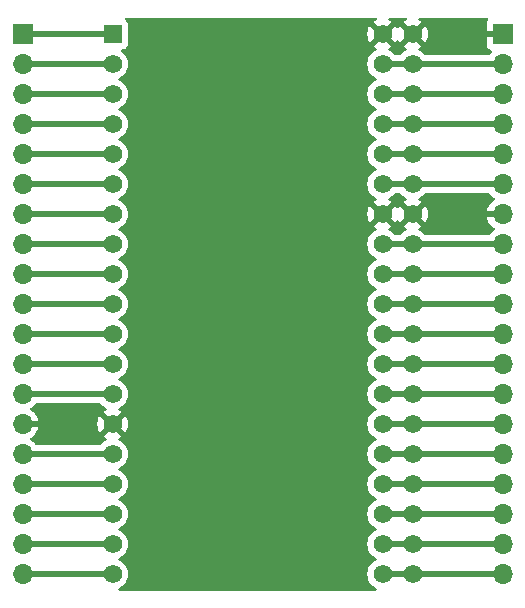
<source format=gbr>
%TF.GenerationSoftware,KiCad,Pcbnew,(6.0.11-0)*%
%TF.CreationDate,2023-02-12T12:53:08-05:00*%
%TF.ProjectId,ESP32-Breakout,45535033-322d-4427-9265-616b6f75742e,1.1.0*%
%TF.SameCoordinates,Original*%
%TF.FileFunction,Copper,L1,Top*%
%TF.FilePolarity,Positive*%
%FSLAX46Y46*%
G04 Gerber Fmt 4.6, Leading zero omitted, Abs format (unit mm)*
G04 Created by KiCad (PCBNEW (6.0.11-0)) date 2023-02-12 12:53:08*
%MOMM*%
%LPD*%
G01*
G04 APERTURE LIST*
%TA.AperFunction,ComponentPad*%
%ADD10R,1.700000X1.700000*%
%TD*%
%TA.AperFunction,ComponentPad*%
%ADD11O,1.700000X1.700000*%
%TD*%
%TA.AperFunction,ComponentPad*%
%ADD12R,1.560000X1.560000*%
%TD*%
%TA.AperFunction,ComponentPad*%
%ADD13C,1.560000*%
%TD*%
%TA.AperFunction,Conductor*%
%ADD14C,0.500000*%
%TD*%
G04 APERTURE END LIST*
D10*
%TO.P,J101,1,Pin_1*%
%TO.N,+3V3*%
X139700000Y-73660000D03*
D11*
%TO.P,J101,2,Pin_2*%
%TO.N,Net-(U101-Pad2)*%
X139700000Y-76200000D03*
%TO.P,J101,3,Pin_3*%
%TO.N,Net-(U101-Pad3)*%
X139700000Y-78740000D03*
%TO.P,J101,4,Pin_4*%
%TO.N,Net-(U101-Pad4)*%
X139700000Y-81280000D03*
%TO.P,J101,5,Pin_5*%
%TO.N,Net-(U101-Pad5)*%
X139700000Y-83820000D03*
%TO.P,J101,6,Pin_6*%
%TO.N,Net-(U101-Pad6)*%
X139700000Y-86360000D03*
%TO.P,J101,7,Pin_7*%
%TO.N,Net-(U101-Pad7)*%
X139700000Y-88900000D03*
%TO.P,J101,8,Pin_8*%
%TO.N,Net-(U101-Pad8)*%
X139700000Y-91440000D03*
%TO.P,J101,9,Pin_9*%
%TO.N,Net-(U101-Pad9)*%
X139700000Y-93980000D03*
%TO.P,J101,10,Pin_10*%
%TO.N,Net-(U101-Pad10)*%
X139700000Y-96520000D03*
%TO.P,J101,11,Pin_11*%
%TO.N,Net-(U101-Pad11)*%
X139700000Y-99060000D03*
%TO.P,J101,12,Pin_12*%
%TO.N,Net-(U101-Pad12)*%
X139700000Y-101600000D03*
%TO.P,J101,13,Pin_13*%
%TO.N,Net-(U101-Pad13)*%
X139700000Y-104140000D03*
%TO.P,J101,14,Pin_14*%
%TO.N,GND*%
X139700000Y-106680000D03*
%TO.P,J101,15,Pin_15*%
%TO.N,Net-(U101-Pad15)*%
X139700000Y-109220000D03*
%TO.P,J101,16,Pin_16*%
%TO.N,Net-(U101-Pad16)*%
X139700000Y-111760000D03*
%TO.P,J101,17,Pin_17*%
%TO.N,Net-(U101-Pad17)*%
X139700000Y-114300000D03*
%TO.P,J101,18,Pin_18*%
%TO.N,Net-(U101-Pad18)*%
X139700000Y-116840000D03*
%TO.P,J101,19,Pin_19*%
%TO.N,+5V*%
X139700000Y-119380000D03*
%TD*%
D10*
%TO.P,J102,1,Pin_1*%
%TO.N,GND*%
X180340000Y-73670000D03*
D11*
%TO.P,J102,2,Pin_2*%
%TO.N,Net-(J102-Pad2)*%
X180340000Y-76210000D03*
%TO.P,J102,3,Pin_3*%
%TO.N,Net-(J102-Pad3)*%
X180340000Y-78750000D03*
%TO.P,J102,4,Pin_4*%
%TO.N,Net-(J102-Pad4)*%
X180340000Y-81290000D03*
%TO.P,J102,5,Pin_5*%
%TO.N,Net-(J102-Pad5)*%
X180340000Y-83830000D03*
%TO.P,J102,6,Pin_6*%
%TO.N,Net-(J102-Pad6)*%
X180340000Y-86370000D03*
%TO.P,J102,7,Pin_7*%
%TO.N,GND*%
X180340000Y-88910000D03*
%TO.P,J102,8,Pin_8*%
%TO.N,Net-(J102-Pad8)*%
X180340000Y-91450000D03*
%TO.P,J102,9,Pin_9*%
%TO.N,Net-(J102-Pad9)*%
X180340000Y-93990000D03*
%TO.P,J102,10,Pin_10*%
%TO.N,Net-(J102-Pad10)*%
X180340000Y-96530000D03*
%TO.P,J102,11,Pin_11*%
%TO.N,Net-(J102-Pad11)*%
X180340000Y-99070000D03*
%TO.P,J102,12,Pin_12*%
%TO.N,Net-(J102-Pad12)*%
X180340000Y-101610000D03*
%TO.P,J102,13,Pin_13*%
%TO.N,Net-(J102-Pad13)*%
X180340000Y-104150000D03*
%TO.P,J102,14,Pin_14*%
%TO.N,Net-(J102-Pad14)*%
X180340000Y-106690000D03*
%TO.P,J102,15,Pin_15*%
%TO.N,Net-(J102-Pad15)*%
X180340000Y-109230000D03*
%TO.P,J102,16,Pin_16*%
%TO.N,Net-(J102-Pad16)*%
X180340000Y-111770000D03*
%TO.P,J102,17,Pin_17*%
%TO.N,Net-(J102-Pad17)*%
X180340000Y-114310000D03*
%TO.P,J102,18,Pin_18*%
%TO.N,Net-(J102-Pad18)*%
X180340000Y-116850000D03*
%TO.P,J102,19,Pin_19*%
%TO.N,Net-(J102-Pad19)*%
X180340000Y-119390000D03*
%TD*%
D12*
%TO.P,U101,1,3V3*%
%TO.N,+3V3*%
X147320000Y-73660000D03*
D13*
%TO.P,U101,2,EN*%
%TO.N,Net-(U101-Pad2)*%
X147320000Y-76200000D03*
%TO.P,U101,3,SENSOR_VP*%
%TO.N,Net-(U101-Pad3)*%
X147320000Y-78740000D03*
%TO.P,U101,4,SENSOR_VN*%
%TO.N,Net-(U101-Pad4)*%
X147320000Y-81280000D03*
%TO.P,U101,5,IO34*%
%TO.N,Net-(U101-Pad5)*%
X147320000Y-83820000D03*
%TO.P,U101,6,IO35*%
%TO.N,Net-(U101-Pad6)*%
X147320000Y-86360000D03*
%TO.P,U101,7,IO32*%
%TO.N,Net-(U101-Pad7)*%
X147320000Y-88900000D03*
%TO.P,U101,8,IO33*%
%TO.N,Net-(U101-Pad8)*%
X147320000Y-91440000D03*
%TO.P,U101,9,IO25*%
%TO.N,Net-(U101-Pad9)*%
X147320000Y-93980000D03*
%TO.P,U101,10,IO26*%
%TO.N,Net-(U101-Pad10)*%
X147320000Y-96520000D03*
%TO.P,U101,11,IO27*%
%TO.N,Net-(U101-Pad11)*%
X147320000Y-99060000D03*
%TO.P,U101,12,IO14*%
%TO.N,Net-(U101-Pad12)*%
X147320000Y-101600000D03*
%TO.P,U101,13,IO12*%
%TO.N,Net-(U101-Pad13)*%
X147320000Y-104140000D03*
%TO.P,U101,14,GND1*%
%TO.N,GND*%
X147320000Y-106680000D03*
%TO.P,U101,15,IO13*%
%TO.N,Net-(U101-Pad15)*%
X147320000Y-109220000D03*
%TO.P,U101,16,SD2*%
%TO.N,Net-(U101-Pad16)*%
X147320000Y-111760000D03*
%TO.P,U101,17,SD3*%
%TO.N,Net-(U101-Pad17)*%
X147320000Y-114300000D03*
%TO.P,U101,18,CMD*%
%TO.N,Net-(U101-Pad18)*%
X147320000Y-116840000D03*
%TO.P,U101,19,EXT_5V*%
%TO.N,+5V*%
X147320000Y-119380000D03*
%TO.P,U101,20,GND3*%
%TO.N,GND*%
X170180000Y-73660000D03*
X172720000Y-73660000D03*
%TO.P,U101,21,IO23*%
%TO.N,Net-(J102-Pad2)*%
X172720000Y-76200000D03*
X170180000Y-76200000D03*
%TO.P,U101,22,IO22*%
%TO.N,Net-(J102-Pad3)*%
X170180000Y-78740000D03*
X172720000Y-78740000D03*
%TO.P,U101,23,TXD0*%
%TO.N,Net-(J102-Pad4)*%
X170180000Y-81280000D03*
X172720000Y-81280000D03*
%TO.P,U101,24,RXD0*%
%TO.N,Net-(J102-Pad5)*%
X172720000Y-83820000D03*
X170180000Y-83820000D03*
%TO.P,U101,25,IO21*%
%TO.N,Net-(J102-Pad6)*%
X172720000Y-86360000D03*
X170180000Y-86360000D03*
%TO.P,U101,26,GND2*%
%TO.N,GND*%
X172720000Y-88900000D03*
X170180000Y-88900000D03*
%TO.P,U101,27,IO19*%
%TO.N,Net-(J102-Pad8)*%
X172720000Y-91440000D03*
X170180000Y-91440000D03*
%TO.P,U101,28,IO18*%
%TO.N,Net-(J102-Pad9)*%
X170180000Y-93980000D03*
X172720000Y-93980000D03*
%TO.P,U101,29,IO5*%
%TO.N,Net-(J102-Pad10)*%
X172720000Y-96520000D03*
X170180000Y-96520000D03*
%TO.P,U101,30,IO17*%
%TO.N,Net-(J102-Pad11)*%
X172720000Y-99060000D03*
X170180000Y-99060000D03*
%TO.P,U101,31,IO16*%
%TO.N,Net-(J102-Pad12)*%
X170180000Y-101600000D03*
X172720000Y-101600000D03*
%TO.P,U101,32,IO4*%
%TO.N,Net-(J102-Pad13)*%
X172720000Y-104140000D03*
X170180000Y-104140000D03*
%TO.P,U101,33,IO0*%
%TO.N,Net-(J102-Pad14)*%
X170180000Y-106680000D03*
X172720000Y-106680000D03*
%TO.P,U101,34,IO2*%
%TO.N,Net-(J102-Pad15)*%
X172720000Y-109220000D03*
X170180000Y-109220000D03*
%TO.P,U101,35,IO15*%
%TO.N,Net-(J102-Pad16)*%
X172720000Y-111760000D03*
X170180000Y-111760000D03*
%TO.P,U101,36,SD1*%
%TO.N,Net-(J102-Pad17)*%
X170180000Y-114300000D03*
X172720000Y-114300000D03*
%TO.P,U101,37,SD0*%
%TO.N,Net-(J102-Pad18)*%
X172720000Y-116840000D03*
X170180000Y-116840000D03*
%TO.P,U101,38,CLK*%
%TO.N,Net-(J102-Pad19)*%
X172720000Y-119380000D03*
X170180000Y-119380000D03*
%TD*%
D14*
%TO.N,+3V3*%
X139700000Y-73660000D02*
X147320000Y-73660000D01*
%TO.N,Net-(U101-Pad2)*%
X139700000Y-76200000D02*
X147320000Y-76200000D01*
%TO.N,Net-(U101-Pad3)*%
X139700000Y-78740000D02*
X147320000Y-78740000D01*
%TO.N,Net-(U101-Pad4)*%
X139700000Y-81280000D02*
X147320000Y-81280000D01*
%TO.N,Net-(U101-Pad5)*%
X147320000Y-83820000D02*
X139700000Y-83820000D01*
%TO.N,Net-(U101-Pad6)*%
X139700000Y-86360000D02*
X147320000Y-86360000D01*
%TO.N,Net-(U101-Pad7)*%
X147320000Y-88900000D02*
X139700000Y-88900000D01*
%TO.N,Net-(U101-Pad8)*%
X139700000Y-91440000D02*
X147320000Y-91440000D01*
%TO.N,Net-(U101-Pad9)*%
X147320000Y-93980000D02*
X139700000Y-93980000D01*
%TO.N,Net-(U101-Pad10)*%
X139700000Y-96520000D02*
X147320000Y-96520000D01*
%TO.N,Net-(U101-Pad11)*%
X147320000Y-99060000D02*
X139700000Y-99060000D01*
%TO.N,Net-(U101-Pad12)*%
X139700000Y-101600000D02*
X147320000Y-101600000D01*
%TO.N,Net-(U101-Pad13)*%
X147320000Y-104140000D02*
X139700000Y-104140000D01*
%TO.N,Net-(U101-Pad15)*%
X147320000Y-109220000D02*
X139700000Y-109220000D01*
%TO.N,Net-(U101-Pad16)*%
X139700000Y-111760000D02*
X147320000Y-111760000D01*
%TO.N,Net-(U101-Pad17)*%
X147320000Y-114300000D02*
X139700000Y-114300000D01*
%TO.N,Net-(U101-Pad18)*%
X139700000Y-116840000D02*
X147320000Y-116840000D01*
%TO.N,+5V*%
X147320000Y-119380000D02*
X139700000Y-119380000D01*
%TO.N,Net-(J102-Pad2)*%
X172720000Y-76200000D02*
X170180000Y-76200000D01*
X180340000Y-76210000D02*
X172730000Y-76210000D01*
X172730000Y-76210000D02*
X172720000Y-76200000D01*
%TO.N,Net-(J102-Pad3)*%
X172720000Y-78740000D02*
X170180000Y-78740000D01*
X172720000Y-78740000D02*
X180330000Y-78740000D01*
X180330000Y-78740000D02*
X180340000Y-78750000D01*
%TO.N,Net-(J102-Pad4)*%
X172720000Y-81280000D02*
X170180000Y-81280000D01*
X180340000Y-81290000D02*
X172730000Y-81290000D01*
X172730000Y-81290000D02*
X172720000Y-81280000D01*
%TO.N,Net-(J102-Pad5)*%
X172720000Y-83820000D02*
X180330000Y-83820000D01*
X180330000Y-83820000D02*
X180340000Y-83830000D01*
X172720000Y-83820000D02*
X170180000Y-83820000D01*
%TO.N,Net-(J102-Pad6)*%
X172730000Y-86370000D02*
X172720000Y-86360000D01*
X180340000Y-86370000D02*
X172730000Y-86370000D01*
X172720000Y-86360000D02*
X170180000Y-86360000D01*
%TO.N,Net-(J102-Pad8)*%
X172730000Y-91450000D02*
X172720000Y-91440000D01*
X180340000Y-91450000D02*
X172730000Y-91450000D01*
X172720000Y-91440000D02*
X170180000Y-91440000D01*
%TO.N,Net-(J102-Pad9)*%
X180330000Y-93980000D02*
X180340000Y-93990000D01*
X172720000Y-93980000D02*
X180330000Y-93980000D01*
X172720000Y-93980000D02*
X170180000Y-93980000D01*
%TO.N,Net-(J102-Pad10)*%
X172730000Y-96530000D02*
X172720000Y-96520000D01*
X172720000Y-96520000D02*
X170180000Y-96520000D01*
X180340000Y-96530000D02*
X172730000Y-96530000D01*
%TO.N,Net-(J102-Pad11)*%
X172720000Y-99060000D02*
X180330000Y-99060000D01*
X180330000Y-99060000D02*
X180340000Y-99070000D01*
X172720000Y-99060000D02*
X170180000Y-99060000D01*
%TO.N,Net-(J102-Pad12)*%
X172730000Y-101610000D02*
X172720000Y-101600000D01*
X180340000Y-101610000D02*
X172730000Y-101610000D01*
X172720000Y-101600000D02*
X170180000Y-101600000D01*
%TO.N,Net-(J102-Pad13)*%
X172720000Y-104140000D02*
X170180000Y-104140000D01*
X180330000Y-104140000D02*
X180340000Y-104150000D01*
X172720000Y-104140000D02*
X180330000Y-104140000D01*
%TO.N,Net-(J102-Pad14)*%
X172720000Y-106680000D02*
X170180000Y-106680000D01*
X172730000Y-106690000D02*
X172720000Y-106680000D01*
X180340000Y-106690000D02*
X172730000Y-106690000D01*
%TO.N,Net-(J102-Pad15)*%
X180330000Y-109220000D02*
X180340000Y-109230000D01*
X172720000Y-109220000D02*
X180330000Y-109220000D01*
X172720000Y-109220000D02*
X170180000Y-109220000D01*
%TO.N,Net-(J102-Pad16)*%
X172720000Y-111760000D02*
X170180000Y-111760000D01*
X180340000Y-111770000D02*
X172730000Y-111770000D01*
X172730000Y-111770000D02*
X172720000Y-111760000D01*
%TO.N,Net-(J102-Pad17)*%
X172720000Y-114300000D02*
X180330000Y-114300000D01*
X170180000Y-114300000D02*
X172720000Y-114300000D01*
X180330000Y-114300000D02*
X180340000Y-114310000D01*
%TO.N,Net-(J102-Pad18)*%
X172720000Y-116840000D02*
X170180000Y-116840000D01*
X180340000Y-116850000D02*
X172730000Y-116850000D01*
X172730000Y-116850000D02*
X172720000Y-116840000D01*
%TO.N,Net-(J102-Pad19)*%
X172720000Y-119380000D02*
X180330000Y-119380000D01*
X180330000Y-119380000D02*
X180340000Y-119390000D01*
X172720000Y-119380000D02*
X170180000Y-119380000D01*
%TD*%
%TA.AperFunction,Conductor*%
%TO.N,GND*%
G36*
X169626907Y-72283502D02*
G01*
X169673400Y-72337158D01*
X169683504Y-72407432D01*
X169654010Y-72472012D01*
X169612036Y-72503695D01*
X169538527Y-72537972D01*
X169529032Y-72543455D01*
X169481311Y-72576870D01*
X169472936Y-72587347D01*
X169480004Y-72600794D01*
X170167188Y-73287978D01*
X170181132Y-73295592D01*
X170182965Y-73295461D01*
X170189580Y-73291210D01*
X170880717Y-72600073D01*
X170887147Y-72588298D01*
X170877851Y-72576283D01*
X170830968Y-72543455D01*
X170821473Y-72537972D01*
X170747964Y-72503695D01*
X170694679Y-72456778D01*
X170675218Y-72388501D01*
X170695760Y-72320541D01*
X170749782Y-72274475D01*
X170801214Y-72263500D01*
X172098786Y-72263500D01*
X172166907Y-72283502D01*
X172213400Y-72337158D01*
X172223504Y-72407432D01*
X172194010Y-72472012D01*
X172152036Y-72503695D01*
X172078527Y-72537972D01*
X172069032Y-72543455D01*
X172021311Y-72576870D01*
X172012936Y-72587347D01*
X172020004Y-72600794D01*
X172707188Y-73287978D01*
X172721132Y-73295592D01*
X172722965Y-73295461D01*
X172729580Y-73291210D01*
X173420717Y-72600073D01*
X173427147Y-72588298D01*
X173417851Y-72576283D01*
X173370968Y-72543455D01*
X173361473Y-72537972D01*
X173287964Y-72503695D01*
X173234679Y-72456778D01*
X173215218Y-72388501D01*
X173235760Y-72320541D01*
X173289782Y-72274475D01*
X173341214Y-72263500D01*
X179020298Y-72263500D01*
X179088419Y-72283502D01*
X179134912Y-72337158D01*
X179145016Y-72407432D01*
X179121124Y-72465065D01*
X179045214Y-72566352D01*
X179036676Y-72581946D01*
X178991522Y-72702394D01*
X178987895Y-72717649D01*
X178982369Y-72768514D01*
X178982000Y-72775328D01*
X178982000Y-73397885D01*
X178986475Y-73413124D01*
X178987865Y-73414329D01*
X178995548Y-73416000D01*
X180468000Y-73416000D01*
X180536121Y-73436002D01*
X180582614Y-73489658D01*
X180594000Y-73542000D01*
X180594000Y-73798000D01*
X180573998Y-73866121D01*
X180520342Y-73912614D01*
X180468000Y-73924000D01*
X179000116Y-73924000D01*
X178984877Y-73928475D01*
X178983672Y-73929865D01*
X178982001Y-73937548D01*
X178982001Y-74564669D01*
X178982371Y-74571490D01*
X178987895Y-74622352D01*
X178991521Y-74637604D01*
X179036676Y-74758054D01*
X179045214Y-74773649D01*
X179121715Y-74875724D01*
X179134276Y-74888285D01*
X179236351Y-74964786D01*
X179251946Y-74973324D01*
X179360827Y-75014142D01*
X179417591Y-75056784D01*
X179442291Y-75123345D01*
X179427083Y-75192694D01*
X179407691Y-75219175D01*
X179293756Y-75338401D01*
X179280629Y-75352138D01*
X179250363Y-75396507D01*
X179195455Y-75441507D01*
X179146277Y-75451500D01*
X173834454Y-75451500D01*
X173766333Y-75431498D01*
X173731243Y-75397773D01*
X173710819Y-75368604D01*
X173551396Y-75209181D01*
X173366711Y-75079864D01*
X173361733Y-75077543D01*
X173361730Y-75077541D01*
X173289627Y-75043919D01*
X173236342Y-74997002D01*
X173216881Y-74928724D01*
X173237423Y-74860764D01*
X173289628Y-74815529D01*
X173361469Y-74782030D01*
X173370968Y-74776545D01*
X173418689Y-74743130D01*
X173427064Y-74732653D01*
X173419996Y-74719206D01*
X172732812Y-74032022D01*
X172718868Y-74024408D01*
X172717035Y-74024539D01*
X172710420Y-74028790D01*
X172019283Y-74719927D01*
X172012853Y-74731702D01*
X172022149Y-74743717D01*
X172069032Y-74776545D01*
X172078531Y-74782030D01*
X172150372Y-74815529D01*
X172203657Y-74862445D01*
X172223119Y-74930722D01*
X172202578Y-74998683D01*
X172150373Y-75043919D01*
X172078270Y-75077541D01*
X172078267Y-75077543D01*
X172073289Y-75079864D01*
X171888604Y-75209181D01*
X171729181Y-75368604D01*
X171715760Y-75387772D01*
X171660305Y-75432099D01*
X171612548Y-75441500D01*
X171287452Y-75441500D01*
X171219331Y-75421498D01*
X171184241Y-75387773D01*
X171170819Y-75368604D01*
X171011396Y-75209181D01*
X170826711Y-75079864D01*
X170821733Y-75077543D01*
X170821730Y-75077541D01*
X170749627Y-75043919D01*
X170696342Y-74997002D01*
X170676881Y-74928724D01*
X170697423Y-74860764D01*
X170749628Y-74815529D01*
X170821469Y-74782030D01*
X170830968Y-74776545D01*
X170878689Y-74743130D01*
X170887064Y-74732653D01*
X170879996Y-74719206D01*
X170192812Y-74032022D01*
X170178868Y-74024408D01*
X170177035Y-74024539D01*
X170170420Y-74028790D01*
X169479283Y-74719927D01*
X169472853Y-74731702D01*
X169482149Y-74743717D01*
X169529032Y-74776545D01*
X169538531Y-74782030D01*
X169610372Y-74815529D01*
X169663657Y-74862445D01*
X169683119Y-74930722D01*
X169662578Y-74998683D01*
X169610373Y-75043919D01*
X169538270Y-75077541D01*
X169538267Y-75077543D01*
X169533289Y-75079864D01*
X169348604Y-75209181D01*
X169189181Y-75368604D01*
X169059864Y-75553289D01*
X168964581Y-75757624D01*
X168906228Y-75975400D01*
X168886578Y-76200000D01*
X168906228Y-76424600D01*
X168964581Y-76642376D01*
X169059864Y-76846711D01*
X169189181Y-77031396D01*
X169348604Y-77190819D01*
X169533289Y-77320136D01*
X169538267Y-77322457D01*
X169538270Y-77322459D01*
X169609781Y-77355805D01*
X169663066Y-77402723D01*
X169682527Y-77471000D01*
X169661985Y-77538960D01*
X169609781Y-77584195D01*
X169538270Y-77617541D01*
X169538267Y-77617543D01*
X169533289Y-77619864D01*
X169348604Y-77749181D01*
X169189181Y-77908604D01*
X169059864Y-78093289D01*
X168964581Y-78297624D01*
X168906228Y-78515400D01*
X168886578Y-78740000D01*
X168906228Y-78964600D01*
X168964581Y-79182376D01*
X169059864Y-79386711D01*
X169189181Y-79571396D01*
X169348604Y-79730819D01*
X169533289Y-79860136D01*
X169538267Y-79862457D01*
X169538270Y-79862459D01*
X169609781Y-79895805D01*
X169663066Y-79942723D01*
X169682527Y-80011000D01*
X169661985Y-80078960D01*
X169609781Y-80124195D01*
X169538270Y-80157541D01*
X169538267Y-80157543D01*
X169533289Y-80159864D01*
X169348604Y-80289181D01*
X169189181Y-80448604D01*
X169059864Y-80633289D01*
X168964581Y-80837624D01*
X168906228Y-81055400D01*
X168886578Y-81280000D01*
X168906228Y-81504600D01*
X168964581Y-81722376D01*
X169059864Y-81926711D01*
X169189181Y-82111396D01*
X169348604Y-82270819D01*
X169533289Y-82400136D01*
X169538267Y-82402457D01*
X169538270Y-82402459D01*
X169609781Y-82435805D01*
X169663066Y-82482723D01*
X169682527Y-82551000D01*
X169661985Y-82618960D01*
X169609781Y-82664195D01*
X169538270Y-82697541D01*
X169538267Y-82697543D01*
X169533289Y-82699864D01*
X169348604Y-82829181D01*
X169189181Y-82988604D01*
X169059864Y-83173289D01*
X168964581Y-83377624D01*
X168906228Y-83595400D01*
X168886578Y-83820000D01*
X168906228Y-84044600D01*
X168964581Y-84262376D01*
X169059864Y-84466711D01*
X169189181Y-84651396D01*
X169348604Y-84810819D01*
X169533289Y-84940136D01*
X169538267Y-84942457D01*
X169538270Y-84942459D01*
X169609781Y-84975805D01*
X169663066Y-85022723D01*
X169682527Y-85091000D01*
X169661985Y-85158960D01*
X169609781Y-85204195D01*
X169538270Y-85237541D01*
X169538267Y-85237543D01*
X169533289Y-85239864D01*
X169348604Y-85369181D01*
X169189181Y-85528604D01*
X169059864Y-85713289D01*
X168964581Y-85917624D01*
X168906228Y-86135400D01*
X168886578Y-86360000D01*
X168906228Y-86584600D01*
X168964581Y-86802376D01*
X169059864Y-87006711D01*
X169189181Y-87191396D01*
X169348604Y-87350819D01*
X169533289Y-87480136D01*
X169538267Y-87482457D01*
X169538270Y-87482459D01*
X169610373Y-87516081D01*
X169663658Y-87562998D01*
X169683119Y-87631276D01*
X169662577Y-87699236D01*
X169610372Y-87744471D01*
X169538531Y-87777970D01*
X169529032Y-87783455D01*
X169481311Y-87816870D01*
X169472936Y-87827347D01*
X169480004Y-87840794D01*
X170167188Y-88527978D01*
X170181132Y-88535592D01*
X170182965Y-88535461D01*
X170189580Y-88531210D01*
X170880717Y-87840073D01*
X170887147Y-87828298D01*
X170877851Y-87816283D01*
X170830968Y-87783455D01*
X170821469Y-87777970D01*
X170749628Y-87744471D01*
X170696343Y-87697555D01*
X170676881Y-87629278D01*
X170697422Y-87561317D01*
X170749627Y-87516081D01*
X170821730Y-87482459D01*
X170821733Y-87482457D01*
X170826711Y-87480136D01*
X171011396Y-87350819D01*
X171170819Y-87191396D01*
X171184240Y-87172228D01*
X171239695Y-87127901D01*
X171287452Y-87118500D01*
X171612548Y-87118500D01*
X171680669Y-87138502D01*
X171715759Y-87172227D01*
X171729181Y-87191396D01*
X171888604Y-87350819D01*
X172073289Y-87480136D01*
X172078267Y-87482457D01*
X172078270Y-87482459D01*
X172150373Y-87516081D01*
X172203658Y-87562998D01*
X172223119Y-87631276D01*
X172202577Y-87699236D01*
X172150372Y-87744471D01*
X172078531Y-87777970D01*
X172069032Y-87783455D01*
X172021311Y-87816870D01*
X172012936Y-87827347D01*
X172020004Y-87840794D01*
X172707188Y-88527978D01*
X172721132Y-88535592D01*
X172722965Y-88535461D01*
X172729580Y-88531210D01*
X173420717Y-87840073D01*
X173427147Y-87828298D01*
X173417851Y-87816283D01*
X173370968Y-87783455D01*
X173361469Y-87777970D01*
X173289628Y-87744471D01*
X173236343Y-87697555D01*
X173216881Y-87629278D01*
X173237422Y-87561317D01*
X173289627Y-87516081D01*
X173361730Y-87482459D01*
X173361733Y-87482457D01*
X173366711Y-87480136D01*
X173551396Y-87350819D01*
X173710819Y-87191396D01*
X173717238Y-87182228D01*
X173772693Y-87137901D01*
X173820450Y-87128500D01*
X179142491Y-87128500D01*
X179210612Y-87148502D01*
X179239402Y-87175595D01*
X179239987Y-87175088D01*
X179386250Y-87343938D01*
X179450801Y-87397529D01*
X179553100Y-87482459D01*
X179558126Y-87486632D01*
X179608050Y-87515805D01*
X179631955Y-87529774D01*
X179680679Y-87581412D01*
X179693750Y-87651195D01*
X179667019Y-87716967D01*
X179626562Y-87750327D01*
X179618457Y-87754546D01*
X179609738Y-87760036D01*
X179439433Y-87887905D01*
X179431726Y-87894748D01*
X179284590Y-88048717D01*
X179278104Y-88056727D01*
X179158098Y-88232649D01*
X179153000Y-88241623D01*
X179063338Y-88434783D01*
X179059775Y-88444470D01*
X179004389Y-88644183D01*
X179005912Y-88652607D01*
X179018292Y-88656000D01*
X180468000Y-88656000D01*
X180536121Y-88676002D01*
X180582614Y-88729658D01*
X180594000Y-88782000D01*
X180594000Y-89038000D01*
X180573998Y-89106121D01*
X180520342Y-89152614D01*
X180468000Y-89164000D01*
X179023225Y-89164000D01*
X179009694Y-89167973D01*
X179008257Y-89177966D01*
X179038565Y-89312446D01*
X179041645Y-89322275D01*
X179121770Y-89519603D01*
X179126413Y-89528794D01*
X179237694Y-89710388D01*
X179243777Y-89718699D01*
X179383213Y-89879667D01*
X179390580Y-89886883D01*
X179554434Y-90022916D01*
X179562881Y-90028831D01*
X179631969Y-90069203D01*
X179680693Y-90120842D01*
X179693764Y-90190625D01*
X179667033Y-90256396D01*
X179626584Y-90289752D01*
X179613607Y-90296507D01*
X179609474Y-90299610D01*
X179609471Y-90299612D01*
X179443305Y-90424373D01*
X179434965Y-90430635D01*
X179280629Y-90592138D01*
X179250363Y-90636507D01*
X179195455Y-90681507D01*
X179146277Y-90691500D01*
X173834454Y-90691500D01*
X173766333Y-90671498D01*
X173731243Y-90637773D01*
X173710819Y-90608604D01*
X173551396Y-90449181D01*
X173366711Y-90319864D01*
X173361733Y-90317543D01*
X173361730Y-90317541D01*
X173289627Y-90283919D01*
X173236342Y-90237002D01*
X173216881Y-90168724D01*
X173237423Y-90100764D01*
X173289628Y-90055529D01*
X173361469Y-90022030D01*
X173370968Y-90016545D01*
X173418689Y-89983130D01*
X173427064Y-89972653D01*
X173419996Y-89959206D01*
X172732812Y-89272022D01*
X172718868Y-89264408D01*
X172717035Y-89264539D01*
X172710420Y-89268790D01*
X172019283Y-89959927D01*
X172012853Y-89971702D01*
X172022149Y-89983717D01*
X172069032Y-90016545D01*
X172078531Y-90022030D01*
X172150372Y-90055529D01*
X172203657Y-90102445D01*
X172223119Y-90170722D01*
X172202578Y-90238683D01*
X172150373Y-90283919D01*
X172078270Y-90317541D01*
X172078267Y-90317543D01*
X172073289Y-90319864D01*
X171888604Y-90449181D01*
X171729181Y-90608604D01*
X171715760Y-90627772D01*
X171660305Y-90672099D01*
X171612548Y-90681500D01*
X171287452Y-90681500D01*
X171219331Y-90661498D01*
X171184241Y-90627773D01*
X171170819Y-90608604D01*
X171011396Y-90449181D01*
X170826711Y-90319864D01*
X170821733Y-90317543D01*
X170821730Y-90317541D01*
X170749627Y-90283919D01*
X170696342Y-90237002D01*
X170676881Y-90168724D01*
X170697423Y-90100764D01*
X170749628Y-90055529D01*
X170821469Y-90022030D01*
X170830968Y-90016545D01*
X170878689Y-89983130D01*
X170887064Y-89972653D01*
X170879996Y-89959206D01*
X170192812Y-89272022D01*
X170178868Y-89264408D01*
X170177035Y-89264539D01*
X170170420Y-89268790D01*
X169479283Y-89959927D01*
X169472853Y-89971702D01*
X169482149Y-89983717D01*
X169529032Y-90016545D01*
X169538531Y-90022030D01*
X169610372Y-90055529D01*
X169663657Y-90102445D01*
X169683119Y-90170722D01*
X169662578Y-90238683D01*
X169610373Y-90283919D01*
X169538270Y-90317541D01*
X169538267Y-90317543D01*
X169533289Y-90319864D01*
X169348604Y-90449181D01*
X169189181Y-90608604D01*
X169059864Y-90793289D01*
X168964581Y-90997624D01*
X168906228Y-91215400D01*
X168886578Y-91440000D01*
X168906228Y-91664600D01*
X168964581Y-91882376D01*
X169059864Y-92086711D01*
X169189181Y-92271396D01*
X169348604Y-92430819D01*
X169533289Y-92560136D01*
X169538267Y-92562457D01*
X169538270Y-92562459D01*
X169609781Y-92595805D01*
X169663066Y-92642723D01*
X169682527Y-92711000D01*
X169661985Y-92778960D01*
X169609781Y-92824195D01*
X169538270Y-92857541D01*
X169538267Y-92857543D01*
X169533289Y-92859864D01*
X169348604Y-92989181D01*
X169189181Y-93148604D01*
X169059864Y-93333289D01*
X168964581Y-93537624D01*
X168906228Y-93755400D01*
X168886578Y-93980000D01*
X168906228Y-94204600D01*
X168964581Y-94422376D01*
X169059864Y-94626711D01*
X169189181Y-94811396D01*
X169348604Y-94970819D01*
X169533289Y-95100136D01*
X169538267Y-95102457D01*
X169538270Y-95102459D01*
X169609781Y-95135805D01*
X169663066Y-95182723D01*
X169682527Y-95251000D01*
X169661985Y-95318960D01*
X169609781Y-95364195D01*
X169538270Y-95397541D01*
X169538267Y-95397543D01*
X169533289Y-95399864D01*
X169348604Y-95529181D01*
X169189181Y-95688604D01*
X169059864Y-95873289D01*
X168964581Y-96077624D01*
X168906228Y-96295400D01*
X168886578Y-96520000D01*
X168906228Y-96744600D01*
X168964581Y-96962376D01*
X169059864Y-97166711D01*
X169189181Y-97351396D01*
X169348604Y-97510819D01*
X169533289Y-97640136D01*
X169538267Y-97642457D01*
X169538270Y-97642459D01*
X169609781Y-97675805D01*
X169663066Y-97722723D01*
X169682527Y-97791000D01*
X169661985Y-97858960D01*
X169609781Y-97904195D01*
X169538270Y-97937541D01*
X169538267Y-97937543D01*
X169533289Y-97939864D01*
X169348604Y-98069181D01*
X169189181Y-98228604D01*
X169059864Y-98413289D01*
X168964581Y-98617624D01*
X168906228Y-98835400D01*
X168886578Y-99060000D01*
X168906228Y-99284600D01*
X168964581Y-99502376D01*
X169059864Y-99706711D01*
X169189181Y-99891396D01*
X169348604Y-100050819D01*
X169533289Y-100180136D01*
X169538267Y-100182457D01*
X169538270Y-100182459D01*
X169609781Y-100215805D01*
X169663066Y-100262723D01*
X169682527Y-100331000D01*
X169661985Y-100398960D01*
X169609781Y-100444195D01*
X169538270Y-100477541D01*
X169538267Y-100477543D01*
X169533289Y-100479864D01*
X169348604Y-100609181D01*
X169189181Y-100768604D01*
X169059864Y-100953289D01*
X168964581Y-101157624D01*
X168906228Y-101375400D01*
X168886578Y-101600000D01*
X168906228Y-101824600D01*
X168964581Y-102042376D01*
X169059864Y-102246711D01*
X169189181Y-102431396D01*
X169348604Y-102590819D01*
X169533289Y-102720136D01*
X169538267Y-102722457D01*
X169538270Y-102722459D01*
X169609781Y-102755805D01*
X169663066Y-102802723D01*
X169682527Y-102871000D01*
X169661985Y-102938960D01*
X169609781Y-102984195D01*
X169538270Y-103017541D01*
X169538267Y-103017543D01*
X169533289Y-103019864D01*
X169348604Y-103149181D01*
X169189181Y-103308604D01*
X169059864Y-103493289D01*
X168964581Y-103697624D01*
X168906228Y-103915400D01*
X168886578Y-104140000D01*
X168906228Y-104364600D01*
X168964581Y-104582376D01*
X169059864Y-104786711D01*
X169189181Y-104971396D01*
X169348604Y-105130819D01*
X169533289Y-105260136D01*
X169538267Y-105262457D01*
X169538270Y-105262459D01*
X169609781Y-105295805D01*
X169663066Y-105342723D01*
X169682527Y-105411000D01*
X169661985Y-105478960D01*
X169609781Y-105524195D01*
X169538270Y-105557541D01*
X169538267Y-105557543D01*
X169533289Y-105559864D01*
X169348604Y-105689181D01*
X169189181Y-105848604D01*
X169059864Y-106033289D01*
X168964581Y-106237624D01*
X168963159Y-106242932D01*
X168963158Y-106242934D01*
X168917603Y-106412947D01*
X168906228Y-106455400D01*
X168886578Y-106680000D01*
X168906228Y-106904600D01*
X168907652Y-106909913D01*
X168907652Y-106909915D01*
X168945730Y-107052022D01*
X168964581Y-107122376D01*
X168966903Y-107127357D01*
X168966904Y-107127358D01*
X168989900Y-107176672D01*
X169059864Y-107326711D01*
X169189181Y-107511396D01*
X169348604Y-107670819D01*
X169533289Y-107800136D01*
X169538267Y-107802457D01*
X169538270Y-107802459D01*
X169609781Y-107835805D01*
X169663066Y-107882723D01*
X169682527Y-107951000D01*
X169661985Y-108018960D01*
X169609781Y-108064195D01*
X169538270Y-108097541D01*
X169538267Y-108097543D01*
X169533289Y-108099864D01*
X169348604Y-108229181D01*
X169189181Y-108388604D01*
X169059864Y-108573289D01*
X168964581Y-108777624D01*
X168906228Y-108995400D01*
X168886578Y-109220000D01*
X168906228Y-109444600D01*
X168964581Y-109662376D01*
X169059864Y-109866711D01*
X169189181Y-110051396D01*
X169348604Y-110210819D01*
X169533289Y-110340136D01*
X169538267Y-110342457D01*
X169538270Y-110342459D01*
X169609781Y-110375805D01*
X169663066Y-110422723D01*
X169682527Y-110491000D01*
X169661985Y-110558960D01*
X169609781Y-110604195D01*
X169538270Y-110637541D01*
X169538267Y-110637543D01*
X169533289Y-110639864D01*
X169348604Y-110769181D01*
X169189181Y-110928604D01*
X169059864Y-111113289D01*
X168964581Y-111317624D01*
X168906228Y-111535400D01*
X168886578Y-111760000D01*
X168906228Y-111984600D01*
X168964581Y-112202376D01*
X169059864Y-112406711D01*
X169189181Y-112591396D01*
X169348604Y-112750819D01*
X169533289Y-112880136D01*
X169538267Y-112882457D01*
X169538270Y-112882459D01*
X169609781Y-112915805D01*
X169663066Y-112962723D01*
X169682527Y-113031000D01*
X169661985Y-113098960D01*
X169609781Y-113144195D01*
X169538270Y-113177541D01*
X169538267Y-113177543D01*
X169533289Y-113179864D01*
X169348604Y-113309181D01*
X169189181Y-113468604D01*
X169059864Y-113653289D01*
X168964581Y-113857624D01*
X168906228Y-114075400D01*
X168886578Y-114300000D01*
X168906228Y-114524600D01*
X168964581Y-114742376D01*
X169059864Y-114946711D01*
X169189181Y-115131396D01*
X169348604Y-115290819D01*
X169533289Y-115420136D01*
X169538267Y-115422457D01*
X169538270Y-115422459D01*
X169609781Y-115455805D01*
X169663066Y-115502723D01*
X169682527Y-115571000D01*
X169661985Y-115638960D01*
X169609781Y-115684195D01*
X169538270Y-115717541D01*
X169538267Y-115717543D01*
X169533289Y-115719864D01*
X169348604Y-115849181D01*
X169189181Y-116008604D01*
X169059864Y-116193289D01*
X168964581Y-116397624D01*
X168906228Y-116615400D01*
X168886578Y-116840000D01*
X168906228Y-117064600D01*
X168964581Y-117282376D01*
X169059864Y-117486711D01*
X169189181Y-117671396D01*
X169348604Y-117830819D01*
X169533289Y-117960136D01*
X169538267Y-117962457D01*
X169538270Y-117962459D01*
X169609781Y-117995805D01*
X169663066Y-118042723D01*
X169682527Y-118111000D01*
X169661985Y-118178960D01*
X169609781Y-118224195D01*
X169538270Y-118257541D01*
X169538267Y-118257543D01*
X169533289Y-118259864D01*
X169348604Y-118389181D01*
X169189181Y-118548604D01*
X169059864Y-118733289D01*
X168964581Y-118937624D01*
X168906228Y-119155400D01*
X168886578Y-119380000D01*
X168906228Y-119604600D01*
X168964581Y-119822376D01*
X169059864Y-120026711D01*
X169189181Y-120211396D01*
X169348604Y-120370819D01*
X169533289Y-120500136D01*
X169538267Y-120502457D01*
X169538270Y-120502459D01*
X169610854Y-120536305D01*
X169664139Y-120583222D01*
X169683600Y-120651499D01*
X169663058Y-120719459D01*
X169609036Y-120765525D01*
X169557604Y-120776500D01*
X147942396Y-120776500D01*
X147874275Y-120756498D01*
X147827782Y-120702842D01*
X147817678Y-120632568D01*
X147847172Y-120567988D01*
X147889146Y-120536305D01*
X147961730Y-120502459D01*
X147961733Y-120502457D01*
X147966711Y-120500136D01*
X148151396Y-120370819D01*
X148310819Y-120211396D01*
X148440136Y-120026711D01*
X148535419Y-119822376D01*
X148593772Y-119604600D01*
X148613422Y-119380000D01*
X148593772Y-119155400D01*
X148535419Y-118937624D01*
X148440136Y-118733289D01*
X148310819Y-118548604D01*
X148151396Y-118389181D01*
X147966711Y-118259864D01*
X147961733Y-118257543D01*
X147961730Y-118257541D01*
X147890219Y-118224195D01*
X147836934Y-118177277D01*
X147817473Y-118109000D01*
X147838015Y-118041040D01*
X147890219Y-117995805D01*
X147961730Y-117962459D01*
X147961733Y-117962457D01*
X147966711Y-117960136D01*
X148151396Y-117830819D01*
X148310819Y-117671396D01*
X148440136Y-117486711D01*
X148535419Y-117282376D01*
X148593772Y-117064600D01*
X148613422Y-116840000D01*
X148593772Y-116615400D01*
X148535419Y-116397624D01*
X148440136Y-116193289D01*
X148310819Y-116008604D01*
X148151396Y-115849181D01*
X147966711Y-115719864D01*
X147961733Y-115717543D01*
X147961730Y-115717541D01*
X147890219Y-115684195D01*
X147836934Y-115637277D01*
X147817473Y-115569000D01*
X147838015Y-115501040D01*
X147890219Y-115455805D01*
X147961730Y-115422459D01*
X147961733Y-115422457D01*
X147966711Y-115420136D01*
X148151396Y-115290819D01*
X148310819Y-115131396D01*
X148440136Y-114946711D01*
X148535419Y-114742376D01*
X148593772Y-114524600D01*
X148613422Y-114300000D01*
X148593772Y-114075400D01*
X148535419Y-113857624D01*
X148440136Y-113653289D01*
X148310819Y-113468604D01*
X148151396Y-113309181D01*
X147966711Y-113179864D01*
X147961733Y-113177543D01*
X147961730Y-113177541D01*
X147890219Y-113144195D01*
X147836934Y-113097277D01*
X147817473Y-113029000D01*
X147838015Y-112961040D01*
X147890219Y-112915805D01*
X147961730Y-112882459D01*
X147961733Y-112882457D01*
X147966711Y-112880136D01*
X148151396Y-112750819D01*
X148310819Y-112591396D01*
X148440136Y-112406711D01*
X148535419Y-112202376D01*
X148593772Y-111984600D01*
X148613422Y-111760000D01*
X148593772Y-111535400D01*
X148535419Y-111317624D01*
X148440136Y-111113289D01*
X148310819Y-110928604D01*
X148151396Y-110769181D01*
X147966711Y-110639864D01*
X147961733Y-110637543D01*
X147961730Y-110637541D01*
X147890219Y-110604195D01*
X147836934Y-110557277D01*
X147817473Y-110489000D01*
X147838015Y-110421040D01*
X147890219Y-110375805D01*
X147961730Y-110342459D01*
X147961733Y-110342457D01*
X147966711Y-110340136D01*
X148151396Y-110210819D01*
X148310819Y-110051396D01*
X148440136Y-109866711D01*
X148535419Y-109662376D01*
X148593772Y-109444600D01*
X148613422Y-109220000D01*
X148593772Y-108995400D01*
X148535419Y-108777624D01*
X148440136Y-108573289D01*
X148310819Y-108388604D01*
X148151396Y-108229181D01*
X147966711Y-108099864D01*
X147961733Y-108097543D01*
X147961730Y-108097541D01*
X147889627Y-108063919D01*
X147836342Y-108017002D01*
X147816881Y-107948724D01*
X147837423Y-107880764D01*
X147889628Y-107835529D01*
X147961469Y-107802030D01*
X147970968Y-107796545D01*
X148018689Y-107763130D01*
X148027064Y-107752653D01*
X148019996Y-107739206D01*
X147332812Y-107052022D01*
X147318868Y-107044408D01*
X147317035Y-107044539D01*
X147310420Y-107048790D01*
X146619283Y-107739927D01*
X146612853Y-107751702D01*
X146622149Y-107763717D01*
X146669032Y-107796545D01*
X146678531Y-107802030D01*
X146750372Y-107835529D01*
X146803657Y-107882445D01*
X146823119Y-107950722D01*
X146802578Y-108018683D01*
X146750373Y-108063919D01*
X146678270Y-108097541D01*
X146678267Y-108097543D01*
X146673289Y-108099864D01*
X146488604Y-108229181D01*
X146329181Y-108388604D01*
X146315760Y-108407772D01*
X146260305Y-108452099D01*
X146212548Y-108461500D01*
X140895939Y-108461500D01*
X140827818Y-108441498D01*
X140790147Y-108403941D01*
X140789291Y-108402617D01*
X140780014Y-108388277D01*
X140629670Y-108223051D01*
X140625619Y-108219852D01*
X140625615Y-108219848D01*
X140458414Y-108087800D01*
X140458410Y-108087798D01*
X140454359Y-108084598D01*
X140412569Y-108061529D01*
X140362598Y-108011097D01*
X140347826Y-107941654D01*
X140372942Y-107875248D01*
X140400294Y-107848641D01*
X140575328Y-107723792D01*
X140583200Y-107717139D01*
X140734052Y-107566812D01*
X140740730Y-107558965D01*
X140865003Y-107386020D01*
X140870313Y-107377183D01*
X140964670Y-107186267D01*
X140968469Y-107176672D01*
X141030377Y-106972910D01*
X141032555Y-106962837D01*
X141033986Y-106951962D01*
X141031775Y-106937778D01*
X141018617Y-106934000D01*
X139572000Y-106934000D01*
X139503879Y-106913998D01*
X139457386Y-106860342D01*
X139446000Y-106808000D01*
X139446000Y-106685475D01*
X146027559Y-106685475D01*
X146046243Y-106899036D01*
X146048145Y-106909823D01*
X146103630Y-107116894D01*
X146107378Y-107127190D01*
X146197972Y-107321473D01*
X146203455Y-107330968D01*
X146236870Y-107378689D01*
X146247347Y-107387064D01*
X146260794Y-107379996D01*
X146947978Y-106692812D01*
X146954356Y-106681132D01*
X147684408Y-106681132D01*
X147684539Y-106682965D01*
X147688790Y-106689580D01*
X148379927Y-107380717D01*
X148391702Y-107387147D01*
X148403717Y-107377851D01*
X148436545Y-107330968D01*
X148442028Y-107321473D01*
X148532622Y-107127190D01*
X148536370Y-107116894D01*
X148591855Y-106909823D01*
X148593757Y-106899036D01*
X148612441Y-106685475D01*
X148612441Y-106674525D01*
X148593757Y-106460964D01*
X148591855Y-106450177D01*
X148536370Y-106243106D01*
X148532622Y-106232810D01*
X148442028Y-106038527D01*
X148436545Y-106029032D01*
X148403130Y-105981311D01*
X148392653Y-105972936D01*
X148379206Y-105980004D01*
X147692022Y-106667188D01*
X147684408Y-106681132D01*
X146954356Y-106681132D01*
X146955592Y-106678868D01*
X146955461Y-106677035D01*
X146951210Y-106670420D01*
X146260073Y-105979283D01*
X146248298Y-105972853D01*
X146236283Y-105982149D01*
X146203455Y-106029032D01*
X146197972Y-106038527D01*
X146107378Y-106232810D01*
X146103630Y-106243106D01*
X146048145Y-106450177D01*
X146046243Y-106460964D01*
X146027559Y-106674525D01*
X146027559Y-106685475D01*
X139446000Y-106685475D01*
X139446000Y-106552000D01*
X139466002Y-106483879D01*
X139519658Y-106437386D01*
X139572000Y-106426000D01*
X141018344Y-106426000D01*
X141031875Y-106422027D01*
X141033180Y-106412947D01*
X140991214Y-106245875D01*
X140987894Y-106236124D01*
X140902972Y-106040814D01*
X140898105Y-106031739D01*
X140782426Y-105852926D01*
X140776136Y-105844757D01*
X140632806Y-105687240D01*
X140625273Y-105680215D01*
X140458139Y-105548222D01*
X140449556Y-105542520D01*
X140412602Y-105522120D01*
X140362631Y-105471687D01*
X140347859Y-105402245D01*
X140372975Y-105335839D01*
X140400327Y-105309232D01*
X140460050Y-105266632D01*
X140579860Y-105181173D01*
X140738096Y-105023489D01*
X140778771Y-104966884D01*
X140790203Y-104950974D01*
X140846198Y-104907326D01*
X140892526Y-104898500D01*
X146212548Y-104898500D01*
X146280669Y-104918502D01*
X146315759Y-104952227D01*
X146329181Y-104971396D01*
X146488604Y-105130819D01*
X146673289Y-105260136D01*
X146678267Y-105262457D01*
X146678270Y-105262459D01*
X146750373Y-105296081D01*
X146803658Y-105342998D01*
X146823119Y-105411276D01*
X146802577Y-105479236D01*
X146750372Y-105524471D01*
X146678531Y-105557970D01*
X146669032Y-105563455D01*
X146621311Y-105596870D01*
X146612936Y-105607347D01*
X146620004Y-105620794D01*
X147307188Y-106307978D01*
X147321132Y-106315592D01*
X147322965Y-106315461D01*
X147329580Y-106311210D01*
X148020717Y-105620073D01*
X148027147Y-105608298D01*
X148017851Y-105596283D01*
X147970968Y-105563455D01*
X147961469Y-105557970D01*
X147889628Y-105524471D01*
X147836343Y-105477555D01*
X147816881Y-105409278D01*
X147837422Y-105341317D01*
X147889627Y-105296081D01*
X147961730Y-105262459D01*
X147961733Y-105262457D01*
X147966711Y-105260136D01*
X148151396Y-105130819D01*
X148310819Y-104971396D01*
X148440136Y-104786711D01*
X148535419Y-104582376D01*
X148593772Y-104364600D01*
X148613422Y-104140000D01*
X148593772Y-103915400D01*
X148535419Y-103697624D01*
X148440136Y-103493289D01*
X148310819Y-103308604D01*
X148151396Y-103149181D01*
X147966711Y-103019864D01*
X147961733Y-103017543D01*
X147961730Y-103017541D01*
X147890219Y-102984195D01*
X147836934Y-102937277D01*
X147817473Y-102869000D01*
X147838015Y-102801040D01*
X147890219Y-102755805D01*
X147961730Y-102722459D01*
X147961733Y-102722457D01*
X147966711Y-102720136D01*
X148151396Y-102590819D01*
X148310819Y-102431396D01*
X148440136Y-102246711D01*
X148535419Y-102042376D01*
X148593772Y-101824600D01*
X148613422Y-101600000D01*
X148593772Y-101375400D01*
X148535419Y-101157624D01*
X148440136Y-100953289D01*
X148310819Y-100768604D01*
X148151396Y-100609181D01*
X147966711Y-100479864D01*
X147961733Y-100477543D01*
X147961730Y-100477541D01*
X147890219Y-100444195D01*
X147836934Y-100397277D01*
X147817473Y-100329000D01*
X147838015Y-100261040D01*
X147890219Y-100215805D01*
X147961730Y-100182459D01*
X147961733Y-100182457D01*
X147966711Y-100180136D01*
X148151396Y-100050819D01*
X148310819Y-99891396D01*
X148440136Y-99706711D01*
X148535419Y-99502376D01*
X148593772Y-99284600D01*
X148613422Y-99060000D01*
X148593772Y-98835400D01*
X148535419Y-98617624D01*
X148440136Y-98413289D01*
X148310819Y-98228604D01*
X148151396Y-98069181D01*
X147966711Y-97939864D01*
X147961733Y-97937543D01*
X147961730Y-97937541D01*
X147890219Y-97904195D01*
X147836934Y-97857277D01*
X147817473Y-97789000D01*
X147838015Y-97721040D01*
X147890219Y-97675805D01*
X147961730Y-97642459D01*
X147961733Y-97642457D01*
X147966711Y-97640136D01*
X148151396Y-97510819D01*
X148310819Y-97351396D01*
X148440136Y-97166711D01*
X148535419Y-96962376D01*
X148593772Y-96744600D01*
X148613422Y-96520000D01*
X148593772Y-96295400D01*
X148535419Y-96077624D01*
X148440136Y-95873289D01*
X148310819Y-95688604D01*
X148151396Y-95529181D01*
X147966711Y-95399864D01*
X147961733Y-95397543D01*
X147961730Y-95397541D01*
X147890219Y-95364195D01*
X147836934Y-95317277D01*
X147817473Y-95249000D01*
X147838015Y-95181040D01*
X147890219Y-95135805D01*
X147961730Y-95102459D01*
X147961733Y-95102457D01*
X147966711Y-95100136D01*
X148151396Y-94970819D01*
X148310819Y-94811396D01*
X148440136Y-94626711D01*
X148535419Y-94422376D01*
X148593772Y-94204600D01*
X148613422Y-93980000D01*
X148593772Y-93755400D01*
X148535419Y-93537624D01*
X148440136Y-93333289D01*
X148310819Y-93148604D01*
X148151396Y-92989181D01*
X147966711Y-92859864D01*
X147961733Y-92857543D01*
X147961730Y-92857541D01*
X147890219Y-92824195D01*
X147836934Y-92777277D01*
X147817473Y-92709000D01*
X147838015Y-92641040D01*
X147890219Y-92595805D01*
X147961730Y-92562459D01*
X147961733Y-92562457D01*
X147966711Y-92560136D01*
X148151396Y-92430819D01*
X148310819Y-92271396D01*
X148440136Y-92086711D01*
X148535419Y-91882376D01*
X148593772Y-91664600D01*
X148613422Y-91440000D01*
X148593772Y-91215400D01*
X148535419Y-90997624D01*
X148440136Y-90793289D01*
X148310819Y-90608604D01*
X148151396Y-90449181D01*
X147966711Y-90319864D01*
X147961733Y-90317543D01*
X147961730Y-90317541D01*
X147890219Y-90284195D01*
X147836934Y-90237277D01*
X147817473Y-90169000D01*
X147838015Y-90101040D01*
X147890219Y-90055805D01*
X147961730Y-90022459D01*
X147961733Y-90022457D01*
X147966711Y-90020136D01*
X148151396Y-89890819D01*
X148310819Y-89731396D01*
X148440136Y-89546711D01*
X148442581Y-89541469D01*
X148533096Y-89347358D01*
X148533097Y-89347357D01*
X148535419Y-89342376D01*
X148554271Y-89272022D01*
X148592348Y-89129915D01*
X148592348Y-89129913D01*
X148593772Y-89124600D01*
X148612943Y-88905475D01*
X168887559Y-88905475D01*
X168906243Y-89119036D01*
X168908145Y-89129823D01*
X168963630Y-89336894D01*
X168967378Y-89347190D01*
X169057972Y-89541473D01*
X169063455Y-89550968D01*
X169096870Y-89598689D01*
X169107347Y-89607064D01*
X169120794Y-89599996D01*
X169807978Y-88912812D01*
X169814356Y-88901132D01*
X170544408Y-88901132D01*
X170544539Y-88902965D01*
X170548790Y-88909580D01*
X171239927Y-89600717D01*
X171251702Y-89607147D01*
X171263717Y-89597851D01*
X171296545Y-89550968D01*
X171302030Y-89541469D01*
X171335805Y-89469037D01*
X171382722Y-89415751D01*
X171450999Y-89396290D01*
X171518959Y-89416832D01*
X171564195Y-89469037D01*
X171597970Y-89541469D01*
X171603455Y-89550968D01*
X171636870Y-89598689D01*
X171647347Y-89607064D01*
X171660794Y-89599996D01*
X172347978Y-88912812D01*
X172354356Y-88901132D01*
X173084408Y-88901132D01*
X173084539Y-88902965D01*
X173088790Y-88909580D01*
X173779927Y-89600717D01*
X173791702Y-89607147D01*
X173803717Y-89597851D01*
X173836545Y-89550968D01*
X173842028Y-89541473D01*
X173932622Y-89347190D01*
X173936370Y-89336894D01*
X173991855Y-89129823D01*
X173993757Y-89119036D01*
X174012441Y-88905475D01*
X174012441Y-88894525D01*
X173993757Y-88680964D01*
X173991855Y-88670177D01*
X173936370Y-88463106D01*
X173932622Y-88452810D01*
X173842028Y-88258527D01*
X173836545Y-88249032D01*
X173803130Y-88201311D01*
X173792653Y-88192936D01*
X173779206Y-88200004D01*
X173092022Y-88887188D01*
X173084408Y-88901132D01*
X172354356Y-88901132D01*
X172355592Y-88898868D01*
X172355461Y-88897035D01*
X172351210Y-88890420D01*
X171660073Y-88199283D01*
X171648298Y-88192853D01*
X171636283Y-88202149D01*
X171603455Y-88249032D01*
X171597970Y-88258531D01*
X171564195Y-88330963D01*
X171517278Y-88384249D01*
X171449001Y-88403710D01*
X171381041Y-88383168D01*
X171335805Y-88330963D01*
X171302030Y-88258531D01*
X171296545Y-88249032D01*
X171263130Y-88201311D01*
X171252653Y-88192936D01*
X171239206Y-88200004D01*
X170552022Y-88887188D01*
X170544408Y-88901132D01*
X169814356Y-88901132D01*
X169815592Y-88898868D01*
X169815461Y-88897035D01*
X169811210Y-88890420D01*
X169120073Y-88199283D01*
X169108298Y-88192853D01*
X169096283Y-88202149D01*
X169063455Y-88249032D01*
X169057972Y-88258527D01*
X168967378Y-88452810D01*
X168963630Y-88463106D01*
X168908145Y-88670177D01*
X168906243Y-88680964D01*
X168887559Y-88894525D01*
X168887559Y-88905475D01*
X148612943Y-88905475D01*
X148613422Y-88900000D01*
X148593772Y-88675400D01*
X148585511Y-88644570D01*
X148536842Y-88462934D01*
X148536841Y-88462932D01*
X148535419Y-88457624D01*
X148522214Y-88429305D01*
X148442459Y-88258270D01*
X148442457Y-88258267D01*
X148440136Y-88253289D01*
X148310819Y-88068604D01*
X148151396Y-87909181D01*
X147966711Y-87779864D01*
X147961733Y-87777543D01*
X147961730Y-87777541D01*
X147890219Y-87744195D01*
X147836934Y-87697277D01*
X147817473Y-87629000D01*
X147838015Y-87561040D01*
X147890219Y-87515805D01*
X147961730Y-87482459D01*
X147961733Y-87482457D01*
X147966711Y-87480136D01*
X148151396Y-87350819D01*
X148310819Y-87191396D01*
X148440136Y-87006711D01*
X148535419Y-86802376D01*
X148593772Y-86584600D01*
X148613422Y-86360000D01*
X148593772Y-86135400D01*
X148535419Y-85917624D01*
X148440136Y-85713289D01*
X148310819Y-85528604D01*
X148151396Y-85369181D01*
X147966711Y-85239864D01*
X147961733Y-85237543D01*
X147961730Y-85237541D01*
X147890219Y-85204195D01*
X147836934Y-85157277D01*
X147817473Y-85089000D01*
X147838015Y-85021040D01*
X147890219Y-84975805D01*
X147961730Y-84942459D01*
X147961733Y-84942457D01*
X147966711Y-84940136D01*
X148151396Y-84810819D01*
X148310819Y-84651396D01*
X148440136Y-84466711D01*
X148535419Y-84262376D01*
X148593772Y-84044600D01*
X148613422Y-83820000D01*
X148593772Y-83595400D01*
X148535419Y-83377624D01*
X148440136Y-83173289D01*
X148310819Y-82988604D01*
X148151396Y-82829181D01*
X147966711Y-82699864D01*
X147961733Y-82697543D01*
X147961730Y-82697541D01*
X147890219Y-82664195D01*
X147836934Y-82617277D01*
X147817473Y-82549000D01*
X147838015Y-82481040D01*
X147890219Y-82435805D01*
X147961730Y-82402459D01*
X147961733Y-82402457D01*
X147966711Y-82400136D01*
X148151396Y-82270819D01*
X148310819Y-82111396D01*
X148440136Y-81926711D01*
X148535419Y-81722376D01*
X148593772Y-81504600D01*
X148613422Y-81280000D01*
X148593772Y-81055400D01*
X148535419Y-80837624D01*
X148440136Y-80633289D01*
X148310819Y-80448604D01*
X148151396Y-80289181D01*
X147966711Y-80159864D01*
X147961733Y-80157543D01*
X147961730Y-80157541D01*
X147890219Y-80124195D01*
X147836934Y-80077277D01*
X147817473Y-80009000D01*
X147838015Y-79941040D01*
X147890219Y-79895805D01*
X147961730Y-79862459D01*
X147961733Y-79862457D01*
X147966711Y-79860136D01*
X148151396Y-79730819D01*
X148310819Y-79571396D01*
X148440136Y-79386711D01*
X148535419Y-79182376D01*
X148593772Y-78964600D01*
X148613422Y-78740000D01*
X148593772Y-78515400D01*
X148535419Y-78297624D01*
X148440136Y-78093289D01*
X148310819Y-77908604D01*
X148151396Y-77749181D01*
X147966711Y-77619864D01*
X147961733Y-77617543D01*
X147961730Y-77617541D01*
X147890219Y-77584195D01*
X147836934Y-77537277D01*
X147817473Y-77469000D01*
X147838015Y-77401040D01*
X147890219Y-77355805D01*
X147961730Y-77322459D01*
X147961733Y-77322457D01*
X147966711Y-77320136D01*
X148151396Y-77190819D01*
X148310819Y-77031396D01*
X148440136Y-76846711D01*
X148535419Y-76642376D01*
X148593772Y-76424600D01*
X148613422Y-76200000D01*
X148593772Y-75975400D01*
X148535419Y-75757624D01*
X148440136Y-75553289D01*
X148310819Y-75368604D01*
X148151396Y-75209181D01*
X148103261Y-75175477D01*
X148058934Y-75120021D01*
X148051625Y-75049402D01*
X148083655Y-74986041D01*
X148144857Y-74950056D01*
X148161925Y-74947002D01*
X148172820Y-74945818D01*
X148210316Y-74941745D01*
X148346705Y-74890615D01*
X148463261Y-74803261D01*
X148550615Y-74686705D01*
X148601745Y-74550316D01*
X148608500Y-74488134D01*
X148608500Y-73665475D01*
X168887559Y-73665475D01*
X168906243Y-73879036D01*
X168908145Y-73889823D01*
X168963630Y-74096894D01*
X168967378Y-74107190D01*
X169057972Y-74301473D01*
X169063455Y-74310968D01*
X169096870Y-74358689D01*
X169107347Y-74367064D01*
X169120794Y-74359996D01*
X169807978Y-73672812D01*
X169814356Y-73661132D01*
X170544408Y-73661132D01*
X170544539Y-73662965D01*
X170548790Y-73669580D01*
X171239927Y-74360717D01*
X171251702Y-74367147D01*
X171263717Y-74357851D01*
X171296545Y-74310968D01*
X171302030Y-74301469D01*
X171335805Y-74229037D01*
X171382722Y-74175751D01*
X171450999Y-74156290D01*
X171518959Y-74176832D01*
X171564195Y-74229037D01*
X171597970Y-74301469D01*
X171603455Y-74310968D01*
X171636870Y-74358689D01*
X171647347Y-74367064D01*
X171660794Y-74359996D01*
X172347978Y-73672812D01*
X172354356Y-73661132D01*
X173084408Y-73661132D01*
X173084539Y-73662965D01*
X173088790Y-73669580D01*
X173779927Y-74360717D01*
X173791702Y-74367147D01*
X173803717Y-74357851D01*
X173836545Y-74310968D01*
X173842028Y-74301473D01*
X173932622Y-74107190D01*
X173936370Y-74096894D01*
X173991855Y-73889823D01*
X173993757Y-73879036D01*
X174012441Y-73665475D01*
X174012441Y-73654525D01*
X173993757Y-73440964D01*
X173991855Y-73430177D01*
X173936370Y-73223106D01*
X173932622Y-73212810D01*
X173842028Y-73018527D01*
X173836545Y-73009032D01*
X173803130Y-72961311D01*
X173792653Y-72952936D01*
X173779206Y-72960004D01*
X173092022Y-73647188D01*
X173084408Y-73661132D01*
X172354356Y-73661132D01*
X172355592Y-73658868D01*
X172355461Y-73657035D01*
X172351210Y-73650420D01*
X171660073Y-72959283D01*
X171648298Y-72952853D01*
X171636283Y-72962149D01*
X171603455Y-73009032D01*
X171597970Y-73018531D01*
X171564195Y-73090963D01*
X171517278Y-73144249D01*
X171449001Y-73163710D01*
X171381041Y-73143168D01*
X171335805Y-73090963D01*
X171302030Y-73018531D01*
X171296545Y-73009032D01*
X171263130Y-72961311D01*
X171252653Y-72952936D01*
X171239206Y-72960004D01*
X170552022Y-73647188D01*
X170544408Y-73661132D01*
X169814356Y-73661132D01*
X169815592Y-73658868D01*
X169815461Y-73657035D01*
X169811210Y-73650420D01*
X169120073Y-72959283D01*
X169108298Y-72952853D01*
X169096283Y-72962149D01*
X169063455Y-73009032D01*
X169057972Y-73018527D01*
X168967378Y-73212810D01*
X168963630Y-73223106D01*
X168908145Y-73430177D01*
X168906243Y-73440964D01*
X168887559Y-73654525D01*
X168887559Y-73665475D01*
X148608500Y-73665475D01*
X148608500Y-72831866D01*
X148601745Y-72769684D01*
X148550615Y-72633295D01*
X148463261Y-72516739D01*
X148428018Y-72490326D01*
X148385503Y-72433467D01*
X148380477Y-72362649D01*
X148414537Y-72300355D01*
X148476868Y-72266365D01*
X148503583Y-72263500D01*
X169558786Y-72263500D01*
X169626907Y-72283502D01*
G37*
%TD.AperFunction*%
%TD*%
M02*

</source>
